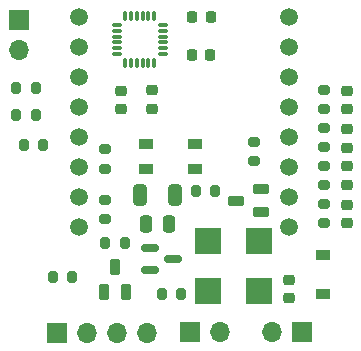
<source format=gbr>
%TF.GenerationSoftware,KiCad,Pcbnew,(6.0.9)*%
%TF.CreationDate,2023-11-13T03:06:44-05:00*%
%TF.ProjectId,ALRT_v1,414c5254-5f76-4312-9e6b-696361645f70,rev?*%
%TF.SameCoordinates,Original*%
%TF.FileFunction,Soldermask,Top*%
%TF.FilePolarity,Negative*%
%FSLAX46Y46*%
G04 Gerber Fmt 4.6, Leading zero omitted, Abs format (unit mm)*
G04 Created by KiCad (PCBNEW (6.0.9)) date 2023-11-13 03:06:44*
%MOMM*%
%LPD*%
G01*
G04 APERTURE LIST*
G04 Aperture macros list*
%AMRoundRect*
0 Rectangle with rounded corners*
0 $1 Rounding radius*
0 $2 $3 $4 $5 $6 $7 $8 $9 X,Y pos of 4 corners*
0 Add a 4 corners polygon primitive as box body*
4,1,4,$2,$3,$4,$5,$6,$7,$8,$9,$2,$3,0*
0 Add four circle primitives for the rounded corners*
1,1,$1+$1,$2,$3*
1,1,$1+$1,$4,$5*
1,1,$1+$1,$6,$7*
1,1,$1+$1,$8,$9*
0 Add four rect primitives between the rounded corners*
20,1,$1+$1,$2,$3,$4,$5,0*
20,1,$1+$1,$4,$5,$6,$7,0*
20,1,$1+$1,$6,$7,$8,$9,0*
20,1,$1+$1,$8,$9,$2,$3,0*%
G04 Aperture macros list end*
%ADD10RoundRect,0.200000X0.275000X-0.200000X0.275000X0.200000X-0.275000X0.200000X-0.275000X-0.200000X0*%
%ADD11RoundRect,0.200000X0.200000X0.275000X-0.200000X0.275000X-0.200000X-0.275000X0.200000X-0.275000X0*%
%ADD12RoundRect,0.102000X-0.525000X-0.325000X0.525000X-0.325000X0.525000X0.325000X-0.525000X0.325000X0*%
%ADD13RoundRect,0.200000X-0.200000X-0.275000X0.200000X-0.275000X0.200000X0.275000X-0.200000X0.275000X0*%
%ADD14RoundRect,0.150000X-0.587500X-0.150000X0.587500X-0.150000X0.587500X0.150000X-0.587500X0.150000X0*%
%ADD15R,1.200000X0.900000*%
%ADD16RoundRect,0.225000X-0.250000X0.225000X-0.250000X-0.225000X0.250000X-0.225000X0.250000X0.225000X0*%
%ADD17RoundRect,0.250000X0.325000X0.650000X-0.325000X0.650000X-0.325000X-0.650000X0.325000X-0.650000X0*%
%ADD18RoundRect,0.250000X0.250000X0.475000X-0.250000X0.475000X-0.250000X-0.475000X0.250000X-0.475000X0*%
%ADD19R,2.300000X2.300000*%
%ADD20R,1.700000X1.700000*%
%ADD21O,1.700000X1.700000*%
%ADD22RoundRect,0.144000X0.258000X-0.573000X0.258000X0.573000X-0.258000X0.573000X-0.258000X-0.573000X0*%
%ADD23RoundRect,0.225000X-0.225000X-0.250000X0.225000X-0.250000X0.225000X0.250000X-0.225000X0.250000X0*%
%ADD24RoundRect,0.218750X-0.256250X0.218750X-0.256250X-0.218750X0.256250X-0.218750X0.256250X0.218750X0*%
%ADD25RoundRect,0.200000X-0.275000X0.200000X-0.275000X-0.200000X0.275000X-0.200000X0.275000X0.200000X0*%
%ADD26RoundRect,0.075000X-0.350000X-0.075000X0.350000X-0.075000X0.350000X0.075000X-0.350000X0.075000X0*%
%ADD27RoundRect,0.075000X0.075000X-0.350000X0.075000X0.350000X-0.075000X0.350000X-0.075000X-0.350000X0*%
%ADD28RoundRect,0.144000X0.573000X0.258000X-0.573000X0.258000X-0.573000X-0.258000X0.573000X-0.258000X0*%
%ADD29C,1.500000*%
G04 APERTURE END LIST*
D10*
%TO.C,R14*%
X117678200Y-85584800D03*
X117678200Y-83934800D03*
%TD*%
D11*
%TO.C,R13*%
X109919000Y-96875600D03*
X111569000Y-96875600D03*
%TD*%
D12*
%TO.C,SW1*%
X108602100Y-84091200D03*
X112752100Y-84091200D03*
X108602100Y-86241200D03*
X112752100Y-86241200D03*
%TD*%
D13*
%TO.C,R12*%
X105118400Y-92506800D03*
X106768400Y-92506800D03*
%TD*%
D14*
%TO.C,Q3*%
X108942900Y-92928400D03*
X108942900Y-94828400D03*
X110817900Y-93878400D03*
%TD*%
D15*
%TO.C,D5*%
X123571000Y-96823800D03*
X123571000Y-93523800D03*
%TD*%
D16*
%TO.C,C7*%
X120650000Y-95618000D03*
X120650000Y-97168000D03*
%TD*%
D17*
%TO.C,C6*%
X110999800Y-88468200D03*
X108049800Y-88468200D03*
%TD*%
D18*
%TO.C,C1*%
X110500200Y-90906600D03*
X108600200Y-90906600D03*
%TD*%
D19*
%TO.C,L1*%
X113851800Y-92312600D03*
X113851800Y-96612600D03*
X118151800Y-96612600D03*
X118151800Y-92312600D03*
%TD*%
D16*
%TO.C,C2*%
X106476800Y-79616000D03*
X106476800Y-81166000D03*
%TD*%
D10*
%TO.C,R1*%
X123621800Y-81190600D03*
X123621800Y-79540600D03*
%TD*%
D20*
%TO.C,J3*%
X112263000Y-100025200D03*
D21*
X114803000Y-100025200D03*
%TD*%
D22*
%TO.C,Q2*%
X105018800Y-96665600D03*
X106918800Y-96665600D03*
X105968800Y-94545600D03*
%TD*%
D23*
%TO.C,C5*%
X114033600Y-73355200D03*
X112483600Y-73355200D03*
%TD*%
D10*
%TO.C,R3*%
X123621800Y-87616800D03*
X123621800Y-85966800D03*
%TD*%
D24*
%TO.C,D1*%
X125603000Y-79628900D03*
X125603000Y-81203900D03*
%TD*%
%TO.C,D2*%
X125603000Y-82854700D03*
X125603000Y-84429700D03*
%TD*%
D16*
%TO.C,C4*%
X109042200Y-79590600D03*
X109042200Y-81140600D03*
%TD*%
D13*
%TO.C,R11*%
X100673400Y-95377000D03*
X102323400Y-95377000D03*
%TD*%
%TO.C,R10*%
X97600000Y-81711800D03*
X99250000Y-81711800D03*
%TD*%
D10*
%TO.C,R4*%
X123621800Y-90842600D03*
X123621800Y-89192600D03*
%TD*%
D24*
%TO.C,D4*%
X125603000Y-90855900D03*
X125603000Y-89280900D03*
%TD*%
D20*
%TO.C,J4*%
X101051200Y-100101400D03*
D21*
X103591200Y-100101400D03*
X106131200Y-100101400D03*
X108671200Y-100101400D03*
%TD*%
D25*
%TO.C,R7*%
X105130600Y-88862400D03*
X105130600Y-90512400D03*
%TD*%
D13*
%TO.C,R8*%
X98221800Y-84201000D03*
X99871800Y-84201000D03*
%TD*%
D10*
%TO.C,R6*%
X105130600Y-86245200D03*
X105130600Y-84595200D03*
%TD*%
D11*
%TO.C,R5*%
X114413800Y-88112600D03*
X112763800Y-88112600D03*
%TD*%
D20*
%TO.C,J1*%
X97790000Y-73660000D03*
D21*
X97790000Y-76200000D03*
%TD*%
D20*
%TO.C,J2*%
X121742200Y-100050600D03*
D21*
X119202200Y-100050600D03*
%TD*%
D13*
%TO.C,R9*%
X97600000Y-79375000D03*
X99250000Y-79375000D03*
%TD*%
D26*
%TO.C,U2*%
X106076200Y-74035600D03*
X106076200Y-74535600D03*
X106076200Y-75035600D03*
X106076200Y-75535600D03*
X106076200Y-76035600D03*
X106076200Y-76535600D03*
D27*
X106776200Y-77235600D03*
X107276200Y-77235600D03*
X107776200Y-77235600D03*
X108276200Y-77235600D03*
X108776200Y-77235600D03*
X109276200Y-77235600D03*
D26*
X109976200Y-76535600D03*
X109976200Y-76035600D03*
X109976200Y-75535600D03*
X109976200Y-75035600D03*
X109976200Y-74535600D03*
X109976200Y-74035600D03*
D27*
X109276200Y-73335600D03*
X108776200Y-73335600D03*
X108276200Y-73335600D03*
X107776200Y-73335600D03*
X107276200Y-73335600D03*
X106776200Y-73335600D03*
%TD*%
D24*
%TO.C,D3*%
X125603000Y-86029700D03*
X125603000Y-87604700D03*
%TD*%
D10*
%TO.C,R2*%
X123621800Y-84416400D03*
X123621800Y-82766400D03*
%TD*%
D23*
%TO.C,C3*%
X112458200Y-76581000D03*
X114008200Y-76581000D03*
%TD*%
D28*
%TO.C,Q1*%
X118331800Y-89875400D03*
X118331800Y-87975400D03*
X116211800Y-88925400D03*
%TD*%
D29*
%TO.C,U1*%
X120650000Y-73410000D03*
X120650000Y-75950000D03*
X120650000Y-78490000D03*
X120650000Y-81030000D03*
X120650000Y-83570000D03*
X120650000Y-86110000D03*
X120650000Y-88650000D03*
X120650000Y-91190000D03*
X102870000Y-73410000D03*
X102870000Y-75950000D03*
X102870000Y-78490000D03*
X102870000Y-81030000D03*
X102870000Y-83570000D03*
X102870000Y-86110000D03*
X102870000Y-88650000D03*
X102870000Y-91190000D03*
%TD*%
M02*

</source>
